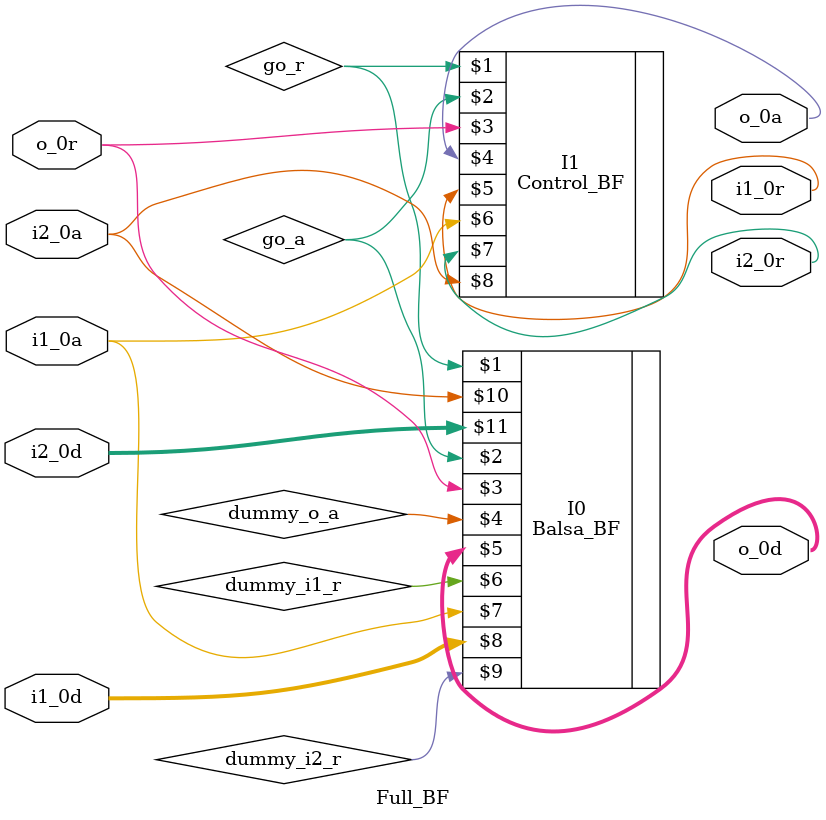
<source format=v>
module Full_BF (
  i1_0r, i1_0a, i1_0d,
  i2_0r, i2_0a, i2_0d,
  o_0r, o_0a, o_0d
);
  wire go_r;
  wire go_a;
  wire dummy_o_a;
  wire dummy_i1_r;
  wire dummy_i2_r;

  output i1_0r;
  input i1_0a;
  input [7:0] i1_0d;
  output i2_0r;
  input i2_0a;
  input [7:0] i2_0d;
  input o_0r;
  output o_0a;
  output [7:0] o_0d;
  Balsa_BF I0 (go_r, go_a, o_0r, dummy_o_a, o_0d[7:0], dummy_i1_r, i1_0a, i1_0d[7:0], dummy_i2_r, i2_0a, i2_0d[7:0]);
  Control_BF I1 (go_r, go_a, o_0r, o_0a, i1_0r, i1_0a, i2_0r, i2_0a);
endmodule

</source>
